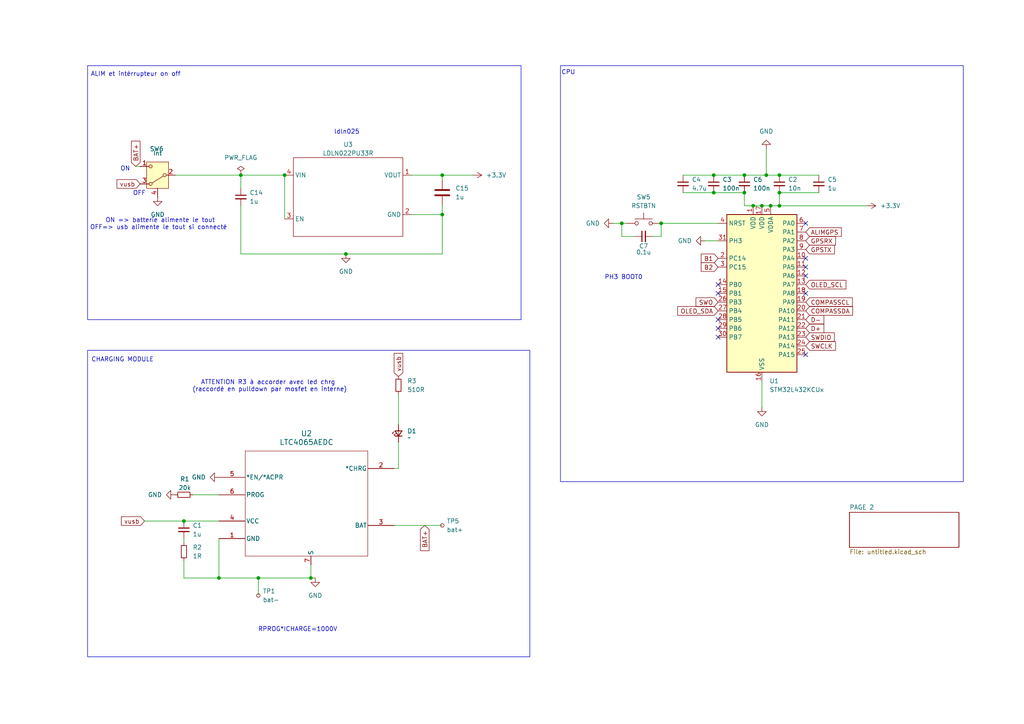
<source format=kicad_sch>
(kicad_sch (version 20231120) (generator "eeschema") (generator_version "8.0")
  (paper "A4")
  (title_block (title "Balise GPS") (company "ENSEA") (comment 1 "Pommery"))
  (lib_symbols
    (symbol "Connector:TestPoint_Small" (pin_numbers hide) (pin_names (offset 0.762) hide)
      (property "Reference" "TP" (at 0 3.81 0))
      (property "Value" "TestPoint_Small" (at 0 2.032 0))
      (symbol "TestPoint_Small_0_1"
        (circle (center 0 0) (radius 0.508))
      )
      (symbol "TestPoint_Small_1_1"
        (pin passive line (at 0 0 90) (length 0) (name "1") (number "1"))
      )
    )
    (symbol "Device:C" (pin_numbers hide) (pin_names (offset 0.254))
      (property "Reference" "C" (at 0.635 2.54 0))
      (property "Value" "C" (at 0.635 -2.54 0))
      (symbol "C_0_1"
        (polyline (pts (xy -2.032 -0.762) (xy 2.032 -0.762)) (stroke (width 0.508)))
        (polyline (pts (xy -2.032 0.762) (xy 2.032 0.762)) (stroke (width 0.508)))
      )
      (symbol "C_1_1"
        (pin passive line (at 0 3.81 270) (length 2.794) (name "~") (number "1"))
        (pin passive line (at 0 -3.81 90) (length 2.794) (name "~") (number "2"))
      )
    )
    (symbol "Device:C_Small" (pin_numbers hide) (pin_names (offset 0.254) hide)
      (property "Reference" "C" (at 0.254 1.778 0))
      (property "Value" "C_Small" (at 0.254 -2.032 0))
      (symbol "C_Small_0_1"
        (polyline (pts (xy -1.524 -0.508) (xy 1.524 -0.508)) (stroke (width 0.3302)))
        (polyline (pts (xy -1.524 0.508) (xy 1.524 0.508)) (stroke (width 0.3048)))
      )
      (symbol "C_Small_1_1"
        (pin passive line (at 0 2.54 270) (length 2.032) (name "~") (number "1"))
        (pin passive line (at 0 -2.54 90) (length 2.032) (name "~") (number "2"))
      )
    )
    (symbol "Device:LED_Small" (pin_numbers hide) (pin_names (offset 0.254) hide)
      (property "Reference" "D" (at -1.27 3.175 0))
      (property "Value" "LED_Small" (at -4.445 -2.54 0))
      (symbol "LED_Small_0_1"
        (polyline (pts (xy -0.762 -1.016) (xy -0.762 1.016)) (stroke (width 0.254)))
        (polyline (pts (xy 1.016 0) (xy -0.762 0)))
        (polyline (pts (xy 0.762 -1.016) (xy -0.762 0) (xy 0.762 1.016) (xy 0.762 -1.016)) (stroke (width 0.254)))
        (polyline (pts (xy 0 0.762) (xy -0.508 1.27) (xy -0.254 1.27) (xy -0.508 1.27) (xy -0.508 1.016)))
        (polyline (pts (xy 0.508 1.27) (xy 0 1.778) (xy 0.254 1.778) (xy 0 1.778) (xy 0 1.524)))
      )
      (symbol "LED_Small_1_1"
        (pin passive line (at -2.54 0 0) (length 1.778) (name "K") (number "1"))
        (pin passive line (at 2.54 0 180) (length 1.778) (name "A") (number "2"))
      )
    )
    (symbol "Device:R_Small" (pin_numbers hide) (pin_names (offset 0.254) hide)
      (property "Reference" "R" (at 0.762 0.508 0))
      (property "Value" "R_Small" (at 0.762 -1.016 0))
      (symbol "R_Small_0_1"
        (rectangle (start -0.762 1.778) (end 0.762 -1.778) (stroke (width 0.2032)))
      )
      (symbol "R_Small_1_1"
        (pin passive line (at 0 2.54 270) (length 0.762) (name "~") (number "1"))
        (pin passive line (at 0 -2.54 90) (length 0.762) (name "~") (number "2"))
      )
    )
    (symbol "LDLN025PU33R:LDLN025PU33R"
      (property "Reference" "U" (at 0 0 0))
      (symbol "LDLN025PU33R_0_1"
        (rectangle (start -15.24 11.43) (end 16.51 -11.43))
      )
      (symbol "LDLN025PU33R_1_1"
        (pin power_out line (at 19.05 6.35 180) (length 2.54) (name "VOUT") (number "1"))
        (pin power_out line (at 19.05 -5.08 180) (length 2.54) (name "GND") (number "2"))
        (pin input line (at -17.78 -6.35 0) (length 2.54) (name "EN") (number "3"))
        (pin power_in line (at -17.78 6.35 0) (length 2.54) (name "VIN") (number "4"))
      )
    )
    (symbol "LTC4065:LTC4065AEDC" (pin_names (offset 0.254))
      (property "Reference" "U2" (at 25.4 12.7 0))
      (property "Value" "LTC4065AEDC" (at 25.4 10.16 0))
      (symbol "LTC4065AEDC_0_1"
        (polyline (pts (xy 7.62 -22.86) (xy 43.18 -22.86)) (stroke (width 0.127)))
        (polyline (pts (xy 7.62 7.62) (xy 7.62 -22.86)) (stroke (width 0.127)))
        (polyline (pts (xy 43.18 -22.86) (xy 43.18 7.62)) (stroke (width 0.127)))
        (polyline (pts (xy 43.18 7.62) (xy 7.62 7.62)) (stroke (width 0.127)))
        (pin power_in line (at 0 -17.78 0) (length 7.62) (name "GND") (number "1"))
        (pin output line (at 50.8 2.54 180) (length 7.62) (name "*CHRG") (number "2"))
        (pin power_in line (at 0 -12.7 0) (length 7.62) (name "VCC") (number "4"))
        (pin bidirectional line (at 0 0 0) (length 7.62) (name "*EN/*ACPR") (number "5"))
        (pin unspecified line (at 0 -5.08 0) (length 7.62) (name "PROG") (number "6"))
      )
      (symbol "LTC4065AEDC_1_1"
        (pin power_out line (at 50.8 -13.97 180) (length 7.62) (name "BAT") (number "3"))
        (pin passive line (at 26.67 -25.4 90) (length 2.54) (name "S") (number "7"))
      )
    )
    (symbol "MCU_ST_STM32L4:STM32L432KCUx"
      (property "Reference" "U" (at -10.16 24.13 0))
      (property "Value" "STM32L432KCUx" (at 5.08 24.13 0))
      (symbol "STM32L432KCUx_0_1"
        (rectangle (start -10.16 -22.86) (end 10.16 22.86) (stroke (width 0.254)) (fill (type background)))
      )
      (symbol "STM32L432KCUx_1_1"
        (pin power_in line (at -2.54 25.4 270) (length 2.54) (name "VDD") (number "1"))
        (pin bidirectional line (at 12.7 10.16 180) (length 2.54) (name "PA4") (number "10"))
        (pin bidirectional line (at 12.7 7.62 180) (length 2.54) (name "PA5") (number "11"))
        (pin bidirectional line (at 12.7 5.08 180) (length 2.54) (name "PA6") (number "12"))
        (pin bidirectional line (at 12.7 2.54 180) (length 2.54) (name "PA7") (number "13"))
        (pin bidirectional line (at -12.7 2.54 0) (length 2.54) (name "PB0") (number "14"))
        (pin bidirectional line (at -12.7 0 0) (length 2.54) (name "PB1") (number "15"))
        (pin power_in line (at 0 -25.4 90) (length 2.54) (name "VSS") (number "16"))
        (pin power_in line (at 0 25.4 270) (length 2.54) (name "VDD") (number "17"))
        (pin bidirectional line (at 12.7 0 180) (length 2.54) (name "PA8") (number "18"))
        (pin bidirectional line (at 12.7 -2.54 180) (length 2.54) (name "PA9") (number "19"))
        (pin bidirectional line (at -12.7 10.16 0) (length 2.54) (name "PC14") (number "2"))
        (pin bidirectional line (at 12.7 -5.08 180) (length 2.54) (name "PA10") (number "20"))
        (pin bidirectional line (at 12.7 -7.62 180) (length 2.54) (name "PA11") (number "21"))
        (pin bidirectional line (at 12.7 -10.16 180) (length 2.54) (name "PA12") (number "22"))
        (pin bidirectional line (at 12.7 -12.7 180) (length 2.54) (name "PA13") (number "23"))
        (pin bidirectional line (at 12.7 -15.24 180) (length 2.54) (name "PA14") (number "24"))
        (pin bidirectional line (at 12.7 -17.78 180) (length 2.54) (name "PA15") (number "25"))
        (pin bidirectional line (at -12.7 -2.54 0) (length 2.54) (name "PB3") (number "26"))
        (pin bidirectional line (at -12.7 -5.08 0) (length 2.54) (name "PB4") (number "27"))
        (pin bidirectional line (at -12.7 -7.62 0) (length 2.54) (name "PB5") (number "28"))
        (pin bidirectional line (at -12.7 -10.16 0) (length 2.54) (name "PB6") (number "29"))
        (pin bidirectional line (at -12.7 7.62 0) (length 2.54) (name "PC15") (number "3"))
        (pin bidirectional line (at -12.7 -12.7 0) (length 2.54) (name "PB7") (number "30"))
        (pin bidirectional line (at -12.7 15.24 0) (length 2.54) (name "PH3") (number "31"))
        (pin passive line (at 0 -25.4 90) (length 2.54) hide (name "VSS") (number "32"))
        (pin passive line (at 0 -25.4 90) (length 2.54) hide (name "VSS") (number "33"))
        (pin input line (at -12.7 20.32 0) (length 2.54) (name "NRST") (number "4"))
        (pin power_in line (at 2.54 25.4 270) (length 2.54) (name "VDDA") (number "5"))
        (pin bidirectional line (at 12.7 20.32 180) (length 2.54) (name "PA0") (number "6"))
        (pin bidirectional line (at 12.7 17.78 180) (length 2.54) (name "PA1") (number "7"))
        (pin bidirectional line (at 12.7 15.24 180) (length 2.54) (name "PA2") (number "8"))
        (pin bidirectional line (at 12.7 12.7 180) (length 2.54) (name "PA3") (number "9"))
      )
    )
    (symbol "Switch:SW_Push" (pin_numbers hide) (pin_names (offset 1.016) hide)
      (property "Reference" "SW" (at 1.27 2.54 0))
      (property "Value" "SW_Push" (at 0 -1.524 0))
      (symbol "SW_Push_0_1"
        (circle (center -2.032 0) (radius 0.508))
        (polyline (pts (xy 0 1.27) (xy 0 3.048)))
        (polyline (pts (xy 2.54 1.27) (xy -2.54 1.27)))
        (circle (center 2.032 0) (radius 0.508))
        (pin passive line (at -5.08 0 0) (length 2.54) (name "1") (number "1"))
        (pin passive line (at 5.08 0 180) (length 2.54) (name "2") (number "2"))
      )
    )
    (symbol "Switch:SW_SPDT_321" (pin_names (offset 1) hide)
      (property "Reference" "SW6" (at 0.254 -7.62 0))
      (property "Value" "Int" (at 0 -6.35 0))
      (symbol "SW_SPDT_321_0_1"
        (circle (center -2.032 0) (radius 0.4572))
        (polyline (pts (xy -1.651 0.254) (xy 1.651 2.286)))
        (circle (center 2.032 -2.54) (radius 0.4572))
        (circle (center 2.032 2.54) (radius 0.4572))
      )
      (symbol "SW_SPDT_321_1_1"
        (rectangle (start -3.175 3.81) (end 3.175 -3.81) (fill (type background)))
        (pin passive line (at 5.08 -2.54 180) (length 2.54) (name "C") (number "1"))
        (pin passive line (at -5.08 0 0) (length 2.54) (name "B") (number "2"))
        (pin passive line (at 5.08 2.54 180) (length 2.54) (name "A") (number "3"))
        (pin passive line (at 0 6.35 270) (length 2.54) (name "S") (number "4"))
      )
    )
    (symbol "power:+3.3V" (power) (pin_numbers hide) (pin_names (offset 0) hide)
      (property "Value" "+3.3V" (at 0 3.556 0))
      (symbol "+3.3V_0_1"
        (polyline (pts (xy -0.762 1.27) (xy 0 2.54)))
        (polyline (pts (xy 0 0) (xy 0 2.54)))
        (polyline (pts (xy 0 2.54) (xy 0.762 1.27)))
      )
      (symbol "+3.3V_1_1"
        (pin power_in line (at 0 0 90) (length 0) (name "~") (number "1"))
      )
    )
    (symbol "power:GND" (power) (pin_numbers hide) (pin_names (offset 0) hide)
      (property "Value" "GND" (at 0 -3.81 0))
      (symbol "GND_0_1"
        (polyline (pts (xy 0 0) (xy 0 -1.27) (xy 1.27 -1.27) (xy 0 -2.54) (xy -1.27 -1.27) (xy 0 -1.27)))
      )
      (symbol "GND_1_1"
        (pin power_in line (at 0 0 270) (length 0) (name "~") (number "1"))
      )
    )
    (symbol "power:PWR_FLAG" (power) (pin_numbers hide) (pin_names (offset 0) hide)
      (property "Value" "PWR_FLAG" (at 0 3.81 0))
      (symbol "PWR_FLAG_0_0"
        (pin power_out line (at 0 0 90) (length 0) (name "~") (number "1"))
      )
      (symbol "PWR_FLAG_0_1"
        (polyline (pts (xy 0 0) (xy 0 1.27) (xy -1.016 1.905) (xy 0 2.54) (xy 1.016 1.905) (xy 0 1.27)))
      )
    )
  )
  (junction (at 226.06 59.69))
  (junction (at 69.85 50.8))
  (junction (at 180.34 64.77))
  (junction (at 226.06 50.8))
  (junction (at 226.06 55.88))
  (junction (at 90.17 167.64))
  (junction (at 128.27 50.8))
  (junction (at 215.9 55.88))
  (junction (at 215.9 50.8))
  (junction (at 100.33 73.66))
  (junction (at 63.5 167.64))
  (junction (at 53.34 151.13))
  (junction (at 223.52 59.69))
  (junction (at 128.27 62.23))
  (junction (at 218.44 59.69))
  (junction (at 222.25 50.8))
  (junction (at 207.01 50.8))
  (junction (at 82.55 50.8))
  (junction (at 191.77 64.77))
  (junction (at 74.93 167.64))
  (junction (at 207.01 55.88))
  (junction (at 220.98 59.69))
  (no_connect (at 233.68 80.01))
  (no_connect (at 208.28 95.25))
  (no_connect (at 233.68 85.09))
  (no_connect (at 233.68 102.87))
  (no_connect (at 233.68 74.93))
  (no_connect (at 233.68 64.77))
  (no_connect (at 208.28 92.71))
  (no_connect (at 208.28 97.79))
  (no_connect (at 208.28 82.55))
  (no_connect (at 208.28 85.09))
  (no_connect (at 233.68 77.47))
  (wire (pts (xy 191.77 64.77) (xy 208.28 64.77)))
  (wire (pts (xy 114.3 152.4) (xy 128.27 152.4)))
  (wire (pts (xy 226.06 55.88) (xy 226.06 59.69)))
  (wire (pts (xy 180.34 64.77) (xy 181.61 64.77)))
  (wire (pts (xy 114.3 135.89) (xy 115.57 135.89)))
  (wire (pts (xy 119.38 62.23) (xy 128.27 62.23)))
  (wire (pts (xy 69.85 50.8) (xy 69.85 54.61)))
  (wire (pts (xy 226.06 55.88) (xy 237.49 55.88)))
  (wire (pts (xy 184.15 68.58) (xy 180.34 68.58)))
  (wire (pts (xy 128.27 62.23) (xy 128.27 59.69)))
  (wire (pts (xy 53.34 151.13) (xy 63.5 151.13)))
  (wire (pts (xy 90.17 163.83) (xy 90.17 167.64)))
  (wire (pts (xy 220.98 59.69) (xy 223.52 59.69)))
  (wire (pts (xy 63.5 167.64) (xy 74.93 167.64)))
  (wire (pts (xy 220.98 110.49) (xy 220.98 118.11)))
  (wire (pts (xy 191.77 64.77) (xy 191.77 68.58)))
  (wire (pts (xy 218.44 59.69) (xy 220.98 59.69)))
  (wire (pts (xy 128.27 73.66) (xy 100.33 73.66)))
  (wire (pts (xy 128.27 62.23) (xy 128.27 73.66)))
  (wire (pts (xy 69.85 59.69) (xy 69.85 73.66)))
  (wire (pts (xy 53.34 167.64) (xy 63.5 167.64)))
  (wire (pts (xy 82.55 63.5) (xy 82.55 50.8)))
  (wire (pts (xy 204.47 69.85) (xy 208.28 69.85)))
  (wire (pts (xy 226.06 50.8) (xy 237.49 50.8)))
  (wire (pts (xy 207.01 55.88) (xy 215.9 55.88)))
  (wire (pts (xy 215.9 50.8) (xy 222.25 50.8)))
  (wire (pts (xy 69.85 73.66) (xy 100.33 73.66)))
  (wire (pts (xy 226.06 59.69) (xy 251.46 59.69)))
  (wire (pts (xy 215.9 55.88) (xy 215.9 59.69)))
  (wire (pts (xy 74.93 167.64) (xy 74.93 172.72)))
  (wire (pts (xy 198.12 50.8) (xy 207.01 50.8)))
  (wire (pts (xy 119.38 50.8) (xy 128.27 50.8)))
  (wire (pts (xy 128.27 50.8) (xy 128.27 52.07)))
  (wire (pts (xy 115.57 114.3) (xy 115.57 123.19)))
  (wire (pts (xy 69.85 50.8) (xy 82.55 50.8)))
  (wire (pts (xy 207.01 50.8) (xy 215.9 50.8)))
  (wire (pts (xy 115.57 135.89) (xy 115.57 128.27)))
  (wire (pts (xy 189.23 68.58) (xy 191.77 68.58)))
  (wire (pts (xy 53.34 162.56) (xy 53.34 167.64)))
  (wire (pts (xy 198.12 55.88) (xy 207.01 55.88)))
  (wire (pts (xy 50.8 50.8) (xy 69.85 50.8)))
  (wire (pts (xy 215.9 59.69) (xy 218.44 59.69)))
  (wire (pts (xy 222.25 43.18) (xy 222.25 50.8)))
  (wire (pts (xy 90.17 167.64) (xy 91.44 167.64)))
  (wire (pts (xy 74.93 167.64) (xy 90.17 167.64)))
  (wire (pts (xy 55.88 143.51) (xy 63.5 143.51)))
  (wire (pts (xy 63.5 156.21) (xy 63.5 167.64)))
  (wire (pts (xy 222.25 50.8) (xy 226.06 50.8)))
  (wire (pts (xy 41.91 151.13) (xy 53.34 151.13)))
  (wire (pts (xy 128.27 50.8) (xy 137.16 50.8)))
  (wire (pts (xy 39.37 48.26) (xy 40.64 48.26)))
  (wire (pts (xy 226.06 59.69) (xy 223.52 59.69)))
  (wire (pts (xy 180.34 68.58) (xy 180.34 64.77)))
  (wire (pts (xy 53.34 156.21) (xy 53.34 157.48)))
  (wire (pts (xy 177.8 64.77) (xy 180.34 64.77)))
  (rectangle (start 162.56 19.05) (end 279.4 139.7))
  (rectangle (start 25.4 101.6) (end 153.67 190.5))
  (rectangle (start 25.4 19.05) (end 151.13 92.71))
  (text "PH3 BOOT0 " (at 181.356 80.518 0) (effects (font (size 1.27 1.27))))
  (text "CHARGING MODULE" (at 35.56 104.394 0) (effects (font (size 1.27 1.27))))
  (text "ON" (at 36.322 49.022 0) (effects (font (size 1.27 1.27))))
  (text "OFF" (at 40.386 56.134 0) (effects (font (size 1.27 1.27))))
  (text "ON => batterie alimente le tout\nOFF=> usb alimente le tout si connecté " (at 46.482 65.024 0) (effects (font (size 1.27 1.27))))
  (text "ATTENTION R3 à accorder avec led chrg \n(raccordé en pulldown par mosfet en interne)\n" (at 78.232 112.014 0) (effects (font (size 1.27 1.27))))
  (text "ldln025" (at 100.584 38.354 0) (effects (font (size 1.27 1.27))))
  (text "ALIM et intérrupteur on off" (at 39.37 21.59 0) (effects (font (size 1.27 1.27))))
  (text "RPROG*ICHARGE=1000V" (at 86.36 182.626 0) (effects (font (size 1.27 1.27))))
  (text "CPU" (at 164.846 21.082 0) (effects (font (size 1.27 1.27))))
  (global_label "SWO" (shape input) (at 208.28 87.63 180) (property "Intersheetrefs" "${INTERSHEET_REFS}" (effects (hide yes))))
  (global_label "GPSRX" (shape input) (at 233.68 69.85 0) (property "Intersheetrefs" "${INTERSHEET_REFS}" (effects (hide yes))))
  (global_label "GPSTX" (shape input) (at 233.68 72.39 0) (property "Intersheetrefs" "${INTERSHEET_REFS}" (effects (hide yes))))
  (global_label "COMPASSDA" (shape input) (at 233.68 90.17 0) (property "Intersheetrefs" "${INTERSHEET_REFS}" (effects (hide yes))))
  (global_label "vusb" (shape input) (at 115.57 109.22 90) (property "Intersheetrefs" "${INTERSHEET_REFS}" (effects (hide yes))))
  (global_label "SWDIO" (shape input) (at 233.68 97.79 0) (property "Intersheetrefs" "${INTERSHEET_REFS}" (effects (hide yes))))
  (global_label "vusb" (shape input) (at 41.91 151.13 180) (property "Intersheetrefs" "${INTERSHEET_REFS}" (effects (hide yes))))
  (global_label "ALIMGPS" (shape input) (at 233.68 67.31 0) (property "Intersheetrefs" "${INTERSHEET_REFS}" (effects (hide yes))))
  (global_label "BAT+" (shape input) (at 39.37 48.26 90) (property "Intersheetrefs" "${INTERSHEET_REFS}" (effects (hide yes))))
  (global_label "OLED_SDA" (shape input) (at 208.28 90.17 180) (property "Intersheetrefs" "${INTERSHEET_REFS}" (effects (hide yes))))
  (global_label "B1" (shape input) (at 208.28 74.93 180) (property "Intersheetrefs" "${INTERSHEET_REFS}" (effects (hide yes))))
  (global_label "B2" (shape input) (at 208.28 77.47 180) (property "Intersheetrefs" "${INTERSHEET_REFS}" (effects (hide yes))))
  (global_label "D+" (shape input) (at 233.68 95.25 0) (property "Intersheetrefs" "${INTERSHEET_REFS}" (effects (hide yes))))
  (global_label "BAT+" (shape input) (at 123.19 152.4 270) (property "Intersheetrefs" "${INTERSHEET_REFS}" (effects (hide yes))))
  (global_label "D-" (shape input) (at 233.68 92.71 0) (property "Intersheetrefs" "${INTERSHEET_REFS}" (effects (hide yes))))
  (global_label "SWCLK" (shape input) (at 233.68 100.33 0) (property "Intersheetrefs" "${INTERSHEET_REFS}" (effects (hide yes))))
  (global_label "COMPASSCL" (shape input) (at 233.68 87.63 0) (property "Intersheetrefs" "${INTERSHEET_REFS}" (effects (hide yes))))
  (global_label "vusb" (shape input) (at 40.64 53.34 180) (property "Intersheetrefs" "${INTERSHEET_REFS}" (effects (hide yes))))
  (global_label "OLED_SCL" (shape input) (at 233.68 82.55 0) (property "Intersheetrefs" "${INTERSHEET_REFS}" (effects (hide yes))))
  (symbol (lib_id "power:GND") (at 63.5 138.43 270) (unit 1)
    (property "Reference" "#PWR02" (effects (hide yes)))
    (property "Value" "GND" (at 59.69 138.4299 90) (effects (justify right)))
    (property "Description" "Power symbol creates a global label with name \"GND\" , ground" (effects (hide yes)))
  )
  (symbol (lib_id "Device:C_Small") (at 226.06 53.34 0) (unit 1)
    (property "Reference" "C2" (at 228.6 52.0762 0) (effects (justify left)))
    (property "Value" "10n" (at 228.6 54.6162 0) (effects (justify left)))
    (property "Footprint" "Capacitor_SMD:C_0402_1005Metric_Pad0.74x0.62mm_HandSolder" (effects (hide yes)))
    (property "Description" "Unpolarized capacitor, small symbol" (effects (hide yes)))
  )
  (symbol (lib_id "power:PWR_FLAG") (at 69.85 50.8 0) (unit 1)
    (property "Reference" "#FLG02" (effects (hide yes)))
    (property "Value" "PWR_FLAG" (at 69.85 45.72 0))
    (property "Description" "Special symbol for telling ERC where power comes from" (effects (hide yes)))
  )
  (symbol (lib_id "Device:C_Small") (at 215.9 53.34 0) (unit 1)
    (property "Reference" "C6" (at 218.44 52.0762 0) (effects (justify left)))
    (property "Value" "100n" (at 218.44 54.6162 0) (effects (justify left)))
    (property "Footprint" "Capacitor_SMD:C_0402_1005Metric_Pad0.74x0.62mm_HandSolder" (effects (hide yes)))
    (property "Description" "Unpolarized capacitor, small symbol" (effects (hide yes)))
  )
  (symbol (lib_id "Device:C_Small") (at 69.85 57.15 0) (unit 1)
    (property "Reference" "C14" (at 72.39 55.8862 0) (effects (justify left)))
    (property "Value" "1u" (at 72.39 58.4262 0) (effects (justify left)))
    (property "Footprint" "Capacitor_SMD:C_0402_1005Metric_Pad0.74x0.62mm_HandSolder" (effects (hide yes)))
    (property "Description" "Unpolarized capacitor, small symbol" (effects (hide yes)))
  )
  (symbol (lib_id "Device:R_Small") (at 53.34 160.02 0) (unit 1)
    (property "Reference" "R2" (at 55.88 158.7499 0) (effects (justify left)))
    (property "Value" "1R" (at 55.88 161.2899 0) (effects (justify left)))
    (property "Footprint" "Resistor_SMD:R_0402_1005Metric_Pad0.72x0.64mm_HandSolder" (effects (hide yes)))
    (property "Description" "Resistor, small symbol" (effects (hide yes)))
  )
  (symbol (lib_id "power:GND") (at 91.44 167.64 0) (unit 1)
    (property "Reference" "#PWR04" (effects (hide yes)))
    (property "Value" "GND" (at 91.44 172.72 0))
    (property "Description" "Power symbol creates a global label with name \"GND\" , ground" (effects (hide yes)))
  )
  (symbol (lib_id "power:GND") (at 204.47 69.85 270) (unit 1)
    (property "Reference" "#PWR015" (effects (hide yes)))
    (property "Value" "GND" (at 200.66 69.8499 90) (effects (justify right)))
    (property "Description" "Power symbol creates a global label with name \"GND\" , ground" (effects (hide yes)))
  )
  (symbol (lib_id "Device:C_Small") (at 237.49 53.34 0) (unit 1)
    (property "Reference" "C5" (at 240.03 52.0762 0) (effects (justify left)))
    (property "Value" "1u" (at 240.03 54.6162 0) (effects (justify left)))
    (property "Footprint" "Capacitor_SMD:C_0402_1005Metric_Pad0.74x0.62mm_HandSolder" (effects (hide yes)))
    (property "Description" "Unpolarized capacitor, small symbol" (effects (hide yes)))
  )
  (symbol (lib_id "Device:C_Small") (at 53.34 153.67 0) (unit 1)
    (property "Reference" "C1" (at 55.88 152.4062 0) (effects (justify left)))
    (property "Value" "1u" (at 55.88 154.9462 0) (effects (justify left)))
    (property "Footprint" "Capacitor_SMD:C_0402_1005Metric_Pad0.74x0.62mm_HandSolder" (effects (hide yes)))
    (property "Description" "Unpolarized capacitor, small symbol" (effects (hide yes)))
  )
  (symbol (lib_id "Device:R_Small") (at 53.34 143.51 90) (unit 1)
    (property "Reference" "R1" (at 53.594 138.938 90))
    (property "Value" "20k" (at 53.594 141.478 90))
    (property "Footprint" "Resistor_SMD:R_0402_1005Metric_Pad0.72x0.64mm_HandSolder" (effects (hide yes)))
    (property "Description" "Resistor, small symbol" (effects (hide yes)))
  )
  (symbol (lib_id "Switch:SW_Push") (at 186.69 64.77 0) (unit 1)
    (property "Reference" "SW5" (at 186.69 57.15 0))
    (property "Value" "RSTBTN" (at 186.69 59.69 0))
    (property "Footprint" "SW_KXT3:SW_KXT3" (effects (hide yes)))
    (property "Description" "Push button switch, generic, two pins" (effects (hide yes)))
  )
  (symbol (lib_id "Device:C_Small") (at 207.01 53.34 0) (unit 1)
    (property "Reference" "C3" (at 209.55 52.0762 0) (effects (justify left)))
    (property "Value" "100n" (at 209.55 54.6162 0) (effects (justify left)))
    (property "Footprint" "Capacitor_SMD:C_0402_1005Metric_Pad0.74x0.62mm_HandSolder" (effects (hide yes)))
    (property "Description" "Unpolarized capacitor, small symbol" (effects (hide yes)))
  )
  (symbol (lib_id "Device:C_Small") (at 186.69 68.58 90) (unit 1)
    (property "Reference" "C7" (at 186.69 71.374 90))
    (property "Value" "0.1u" (at 186.69 73.152 90))
    (property "Footprint" "Capacitor_SMD:C_0402_1005Metric_Pad0.74x0.62mm_HandSolder" (effects (hide yes)))
    (property "Description" "Unpolarized capacitor, small symbol" (effects (hide yes)))
  )
  (symbol (lib_id "power:GND") (at 100.33 73.66 0) (unit 1)
    (property "Reference" "#PWR032" (effects (hide yes)))
    (property "Value" "GND" (at 100.33 78.74 0))
    (property "Description" "Power symbol creates a global label with name \"GND\" , ground" (effects (hide yes)))
  )
  (symbol (lib_id "power:GND") (at 222.25 43.18 180) (unit 1)
    (property "Reference" "#PWR012" (effects (hide yes)))
    (property "Value" "GND" (at 222.25 38.1 0))
    (property "Description" "Power symbol creates a global label with name \"GND\" , ground" (effects (hide yes)))
  )
  (symbol (lib_id "power:GND") (at 177.8 64.77 270) (unit 1)
    (property "Reference" "#PWR014" (effects (hide yes)))
    (property "Value" "GND" (at 173.99 64.7699 90) (effects (justify right)))
    (property "Description" "Power symbol creates a global label with name \"GND\" , ground" (effects (hide yes)))
  )
  (symbol (lib_id "power:+3.3V") (at 137.16 50.8 270) (unit 1)
    (property "Reference" "#PWR031" (effects (hide yes)))
    (property "Value" "+3.3V" (at 140.97 50.7999 90) (effects (justify left)))
    (property "Description" "Power symbol creates a global label with name \"+3.3V\"" (effects (hide yes)))
  )
  (symbol (lib_id "LTC4065:LTC4065AEDC") (at 63.5 138.43 0) (unit 1)
    (property "Reference" "U2" (at 88.9 125.73 0) (effects (font (size 1.524 1.524))))
    (property "Value" "LTC4065AEDC" (at 88.9 128.27 0) (effects (font (size 1.524 1.524))))
    (property "Footprint" "LTC4065:DFN-6_DC_LIT" (effects (hide yes)))
    (property "Datasheet" "https://www.analog.com/media/en/technical-documentation/data-sheets/4065fb.pdf" (effects (hide yes)))
    (property "Description" "LTC4065AEDC" (effects (hide yes)))
  )
  (symbol (lib_id "Device:R_Small") (at 115.57 111.76 0) (unit 1)
    (property "Reference" "R3" (at 118.11 110.4899 0) (effects (justify left)))
    (property "Value" "510R" (at 118.11 113.0299 0) (effects (justify left)))
    (property "Footprint" "Resistor_SMD:R_0402_1005Metric_Pad0.72x0.64mm_HandSolder" (effects (hide yes)))
    (property "Description" "Resistor, small symbol" (effects (hide yes)))
  )
  (symbol (lib_id "power:+3.3V") (at 251.46 59.69 270) (unit 1)
    (property "Reference" "#PWR013" (effects (hide yes)))
    (property "Value" "+3.3V" (at 255.27 59.6899 90) (effects (justify left)))
    (property "Description" "Power symbol creates a global label with name \"+3.3V\"" (effects (hide yes)))
  )
  (symbol (lib_id "power:GND") (at 220.98 118.11 0) (unit 1)
    (property "Reference" "#PWR01" (effects (hide yes)))
    (property "Value" "GND" (at 220.98 123.19 0))
    (property "Description" "Power symbol creates a global label with name \"GND\" , ground" (effects (hide yes)))
  )
  (symbol (lib_id "Connector:TestPoint_Small") (at 74.93 172.72 0) (unit 1)
    (property "Reference" "TP1" (at 76.2 171.4499 0) (effects (justify left)))
    (property "Value" "bat-" (at 76.2 173.9899 0) (effects (justify left)))
    (property "Footprint" "TestPoint:TestPoint_THTPad_D1.0mm_Drill0.5mm" (effects (hide yes)))
    (property "Description" "test point" (effects (hide yes)))
  )
  (symbol (lib_id "power:GND") (at 50.8 143.51 270) (unit 1)
    (property "Reference" "#PWR03" (effects (hide yes)))
    (property "Value" "GND" (at 46.99 143.5099 90) (effects (justify right)))
    (property "Description" "Power symbol creates a global label with name \"GND\" , ground" (effects (hide yes)))
  )
  (symbol (lib_id "LDLN025PU33R:LDLN025PU33R") (at 100.33 57.15 0) (unit 1)
    (property "Reference" "U3" (at 100.965 41.91 0))
    (property "Value" "LDLN022PU33R" (at 100.965 44.45 0))
    (property "Footprint" "LDLN025PU33R:LDLN025PU33R" (effects (hide yes)))
  )
  (symbol (lib_id "Device:LED_Small") (at 115.57 125.73 90) (unit 1)
    (property "Reference" "D1" (at 118.11 125.0314 90) (effects (justify right)))
    (property "Value" "~" (at 118.11 126.9365 90) (effects (justify right)))
    (property "Footprint" "LED_SMD:LED_0201_0603Metric_Pad0.64x0.40mm_HandSolder" (effects (hide yes)))
    (property "Description" "Light emitting diode, small symbol" (effects (hide yes)))
  )
  (symbol (lib_id "MCU_ST_STM32L4:STM32L432KCUx") (at 220.98 85.09 0) (unit 1)
    (property "Reference" "U1" (at 223.1741 110.49 0) (effects (justify left)))
    (property "Value" "STM32L432KCUx" (at 223.1741 113.03 0) (effects (justify left)))
    (property "Footprint" "Package_DFN_QFN:QFN-32-1EP_5x5mm_P0.5mm_EP3.45x3.45mm" (effects (hide yes)))
    (property "Datasheet" "https://www.st.com/resource/en/datasheet/stm32l432kc.pdf" (effects (hide yes)))
    (property "Description" "STMicroelectronics Arm Cortex-M4 MCU, 256KB flash, 64KB RAM, 80 MHz, 1.71-3.6V, 26 GPIO, UFQFPN32" (effects (hide yes)))
  )
  (symbol (lib_id "Device:C") (at 128.27 55.88 0) (unit 1)
    (property "Reference" "C15" (at 132.08 54.6099 0) (effects (justify left)))
    (property "Value" "1u" (at 132.08 57.1499 0) (effects (justify left)))
    (property "Footprint" "Capacitor_SMD:C_0402_1005Metric_Pad0.74x0.62mm_HandSolder" (effects (hide yes)))
    (property "Description" "Unpolarized capacitor" (effects (hide yes)))
  )
  (symbol (lib_id "Switch:SW_SPDT_321") (at 45.72 50.8 180) (unit 1)
    (property "Reference" "SW6" (at 45.466 43.18 0))
    (property "Value" "Int" (at 45.72 44.45 0))
    (property "Footprint" "SW_PCM:SW_PCM" (effects (hide yes)))
    (property "Description" "Switch, single pole double throw" (effects (hide yes)))
  )
  (symbol (lib_id "power:GND") (at 45.72 57.15 0) (unit 1)
    (property "Reference" "#PWR018" (effects (hide yes)))
    (property "Value" "GND" (at 45.72 62.23 0))
    (property "Description" "Power symbol creates a global label with name \"GND\" , ground" (effects (hide yes)))
  )
  (symbol (lib_id "Connector:TestPoint_Small") (at 128.27 152.4 0) (unit 1)
    (property "Reference" "TP5" (at 129.54 151.1299 0) (effects (justify left)))
    (property "Value" "bat+" (at 129.54 153.6699 0) (effects (justify left)))
    (property "Footprint" "TestPoint:TestPoint_THTPad_D1.0mm_Drill0.5mm" (effects (hide yes)))
    (property "Description" "test point" (effects (hide yes)))
  )
  (symbol (lib_id "Device:C_Small") (at 198.12 53.34 0) (unit 1)
    (property "Reference" "C4" (at 200.66 52.0762 0) (effects (justify left)))
    (property "Value" "4.7u" (at 200.66 54.6162 0) (effects (justify left)))
    (property "Footprint" "Capacitor_SMD:C_0402_1005Metric_Pad0.74x0.62mm_HandSolder" (effects (hide yes)))
    (property "Description" "Unpolarized capacitor, small symbol" (effects (hide yes)))
  )
  (sheet (at 246.38 148.59) (size 31.75 10.16) (stroke (width 0.1524))
    (property "Sheetname" "PAGE 2" (at 246.38 147.8784 0) (effects (justify left bottom)))
    (property "Sheetfile" "untitled.kicad_sch" (at 246.38 159.3346 0) (effects (justify left top)))
  )
)
</source>
